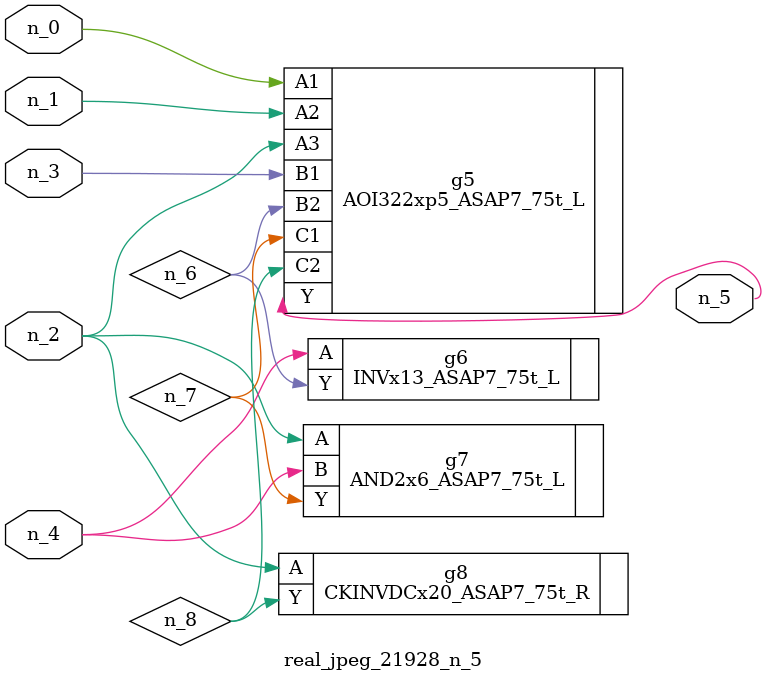
<source format=v>
module real_jpeg_21928_n_5 (n_4, n_0, n_1, n_2, n_3, n_5);

input n_4;
input n_0;
input n_1;
input n_2;
input n_3;

output n_5;

wire n_8;
wire n_6;
wire n_7;

AOI322xp5_ASAP7_75t_L g5 ( 
.A1(n_0),
.A2(n_1),
.A3(n_2),
.B1(n_3),
.B2(n_6),
.C1(n_7),
.C2(n_8),
.Y(n_5)
);

AND2x6_ASAP7_75t_L g7 ( 
.A(n_2),
.B(n_4),
.Y(n_7)
);

CKINVDCx20_ASAP7_75t_R g8 ( 
.A(n_2),
.Y(n_8)
);

INVx13_ASAP7_75t_L g6 ( 
.A(n_4),
.Y(n_6)
);


endmodule
</source>
